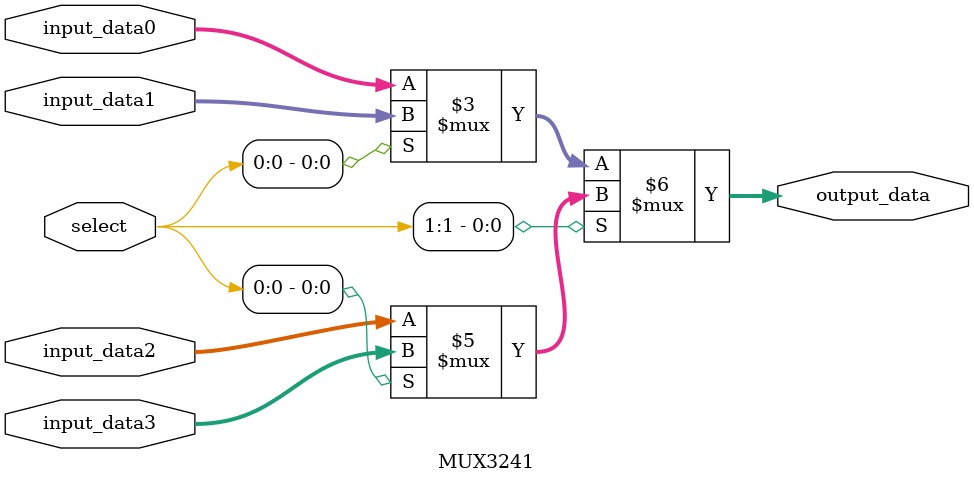
<source format=v>
`timescale 1ns / 1ps
module MUX3241(
    input [31:0] input_data0,
    input [31:0] input_data1,
    input [31:0] input_data2,
    input [31:0] input_data3,
    input [1:0] select,
    (* KEEP = "TRUE" *)output [31:0] output_data
    );
	
	assign output_data = (select[1] == 1'b0)? (select[0] == 1'b0)? input_data0 : input_data1
														 : (select[0] == 1'b0)? input_data2 : input_data3;
														 

endmodule

</source>
